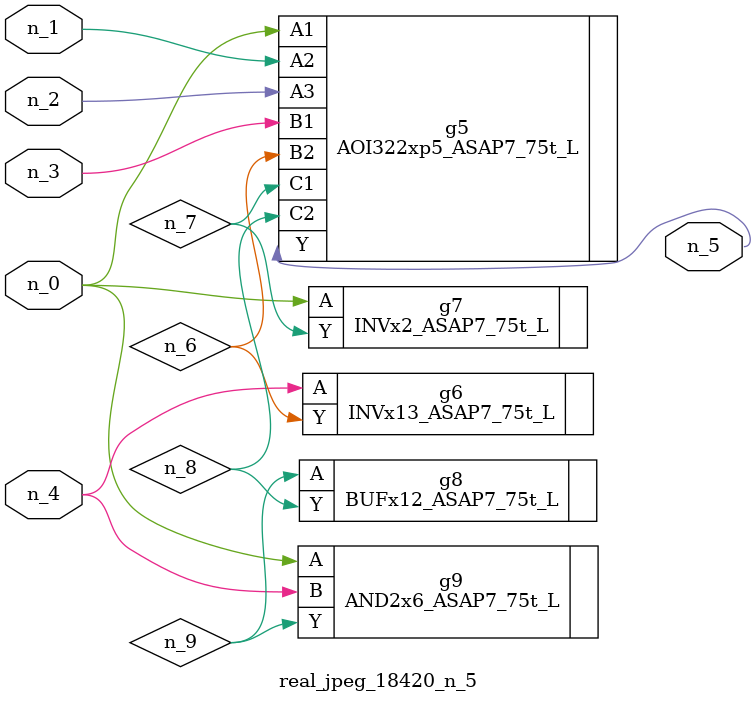
<source format=v>
module real_jpeg_18420_n_5 (n_4, n_0, n_1, n_2, n_3, n_5);

input n_4;
input n_0;
input n_1;
input n_2;
input n_3;

output n_5;

wire n_8;
wire n_6;
wire n_7;
wire n_9;

AOI322xp5_ASAP7_75t_L g5 ( 
.A1(n_0),
.A2(n_1),
.A3(n_2),
.B1(n_3),
.B2(n_6),
.C1(n_7),
.C2(n_8),
.Y(n_5)
);

INVx2_ASAP7_75t_L g7 ( 
.A(n_0),
.Y(n_7)
);

AND2x6_ASAP7_75t_L g9 ( 
.A(n_0),
.B(n_4),
.Y(n_9)
);

INVx13_ASAP7_75t_L g6 ( 
.A(n_4),
.Y(n_6)
);

BUFx12_ASAP7_75t_L g8 ( 
.A(n_9),
.Y(n_8)
);


endmodule
</source>
